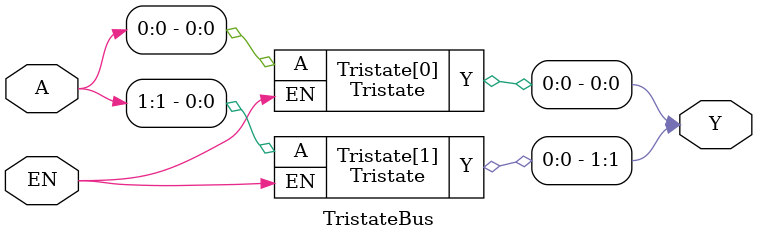
<source format=sv>
`ifndef _TRISTATE
`define _TRISTATE

module Tristate(
    input A,
    input EN,
    output Y
);
    assign Y = EN ? A : 1'bz;
endmodule

module TristateBus(
    input logic[width-1:0] A,
    input EN,
    output logic[width-1:0] Y
);
    parameter integer width = 2;
    Tristate Tristate[width-1:0](
        .A(A),
        .EN(EN),
        .Y(Y)
    );

endmodule

`endif
</source>
